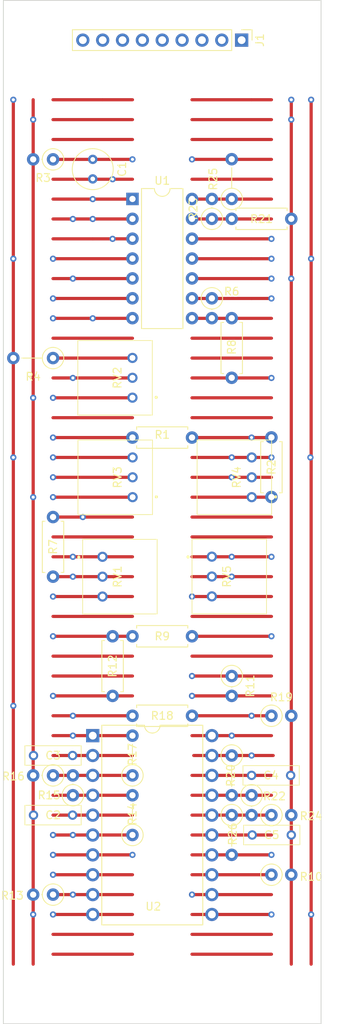
<source format=kicad_pcb>
(kicad_pcb (version 20211014) (generator pcbnew)
  (title_block (title "VCF-4P Prototype") (date "2022-03-27") (rev "1.0") (company "Len Popp") (comment 1 "Copyright © 2022 Len Popp CC BY") (comment 2 "4-pole lowpass VCF for Eurorack prototyping module"))
  (layers (0 "F.Cu" signal) (1 "In1.Cu" jumper "Wire1.Cu") (2 "In2.Cu" jumper "Wire2.Cu") (3 "In3.Cu" jumper "Wire3.Cu") (4 "In4.Cu" jumper "Wire4.Cu") (31 "B.Cu" signal) (34 "B.Paste" user) (35 "F.Paste" user) (36 "B.SilkS" user "B.Silkscreen") (37 "F.SilkS" user "F.Silkscreen") (38 "B.Mask" user) (39 "F.Mask" user) (44 "Edge.Cuts" user))
  (net 0 "")
  (net 1 "+12V")
  (net 2 "GND")
  (net 3 "-12V")
  (net 4 "Net-(C1-Pad2)")
  (net 5 "BUS-GATE")
  (net 6 "BUS-CV")
  (net 8 "IN-OUT-1")
  (net 9 "IN-OUT-2")
  (net 10 "Net-(C2-Pad1)")
  (net 11 "Net-(C3-Pad1)")
  (net 12 "Net-(C4-Pad1)")
  (net 13 "Net-(C5-Pad1)")
  (net 15 "Net-(R1-Pad2)")
  (net 16 "Net-(R2-Pad1)")
  (net 17 "Net-(R4-Pad1)")
  (net 18 "Net-(R1-Pad1)")
  (net 19 "Net-(R11-Pad1)")
  (net 20 "Net-(R6-Pad2)")
  (net 21 "Net-(R7-Pad1)")
  (net 22 "Net-(R12-Pad1)")
  (net 23 "Net-(R8-Pad2)")
  (net 24 "Net-(R10-Pad1)")
  (net 25 "Net-(R7-Pad2)")
  (net 26 "Net-(R12-Pad2)")
  (net 27 "Net-(R14-Pad2)")
  (net 28 "Net-(R15-Pad2)")
  (net 29 "Net-(R17-Pad2)")
  (net 30 "Net-(R18-Pad2)")
  (net 31 "Net-(R20-Pad2)")
  (net 32 "Net-(R21-Pad1)")
  (net 33 "Net-(R22-Pad2)")
  (net 34 "Net-(R23-Pad2)")
  (net 35 "Net-(R26-Pad2)")
  (net 36 "Net-(R11-Pad2)")
  (net 37 "Net-(RV2-Pad2)")
  (net 38 "Net-(RV5-Pad3)")
  (footprint "Connector_PinHeader_2.54mm:PinHeader_1x09_P2.54mm_Vertical" (layer "F.Cu") (at 113.03 43.18 -90)
    (fp_text reference "J1" (at 0 -2.33 90) (layer "F.SilkS"))
    (fp_text value "Conn_01x09")
    (pad "1" thru_hole rect locked (at 0 0 270) (size 1.7 1.7) (drill 1) (layers *.Cu *.Mask) (net 3 "-12V"))
    (pad "2" thru_hole oval locked (at 0 2.54 270) (size 1.7 1.7) (drill 1) (layers *.Cu *.Mask) (net 2 "GND"))
    (pad "3" thru_hole oval locked (at 0 5.08 270) (size 1.7 1.7) (drill 1) (layers *.Cu *.Mask) (net 9 "IN-OUT-2"))
    (pad "4" thru_hole oval locked (at 0 7.62 270) (size 1.7 1.7) (drill 1) (layers *.Cu *.Mask) (net 8 "IN-OUT-1"))
    (pad "5" thru_hole oval locked (at 0 10.16 270) (size 1.7 1.7) (drill 1) (layers *.Cu *.Mask) (net 1 "+12V"))
    (pad "6" thru_hole oval locked (at 0 12.7 270) (size 1.7 1.7) (drill 1) (layers *.Cu *.Mask))
    (pad "7" thru_hole oval locked (at 0 15.24 270) (size 1.7 1.7) (drill 1) (layers *.Cu *.Mask))
    (pad "8" thru_hole oval locked (at 0 17.78 270) (size 1.7 1.7) (drill 1) (layers *.Cu *.Mask) (net 6 "BUS-CV"))
    (pad "9" thru_hole oval locked (at 0 20.32 270) (size 1.7 1.7) (drill 1) (layers *.Cu *.Mask) (net 5 "BUS-GATE"))
  )
  (footprint "-lmp-misc:C_Rect_Kemet_L7.2mm_W2.5mm_P5mm" (layer "F.Cu") (at 91.4 134.62 180)
    (fp_text reference "C3" (at 2.5 0) (layer "F.SilkS"))
    (fp_text value "1N" hide)
    (pad "1" thru_hole circle locked (at 0 0 180) (size 1.2 1.2) (drill 0.7) (layers *.Cu *.Mask) (net 11 "Net-(C3-Pad1)"))
    (pad "2" thru_hole circle locked (at 5 0 180) (size 1.2 1.2) (drill 0.7) (layers *.Cu *.Mask) (net 2 "GND"))
  )
  (footprint "-lmp-stripboard:SB_Gen_2" (layer "F.Cu") (at 88.9 83.82 180)
    (fp_text reference "R4" (at 2.54 -2.37) (layer "F.SilkS"))
    (fp_text value "100K")
    (pad "1" thru_hole circle locked (at 0 0 180) (size 1.6 1.6) (drill 0.8) (layers *.Cu *.Mask) (net 17 "Net-(R4-Pad1)"))
    (pad "2" thru_hole oval locked (at 5.08 0 180) (size 1.6 1.6) (drill 0.8) (layers *.Cu *.Mask) (net 1 "+12V"))
  )
  (footprint "-lmp-stripboard:SB_Gen_1" (layer "F.Cu") (at 88.9 137.16 180)
    (fp_text reference "R16" (at 5.08 -0.127) (layer "F.SilkS"))
    (fp_text value "200R")
    (pad "1" thru_hole circle locked (at 0 0 180) (size 1.6 1.6) (drill 0.8) (layers *.Cu *.Mask) (net 28 "Net-(R15-Pad2)"))
    (pad "2" thru_hole oval locked (at 2.54 0 180) (size 1.6 1.6) (drill 0.8) (layers *.Cu *.Mask) (net 2 "GND"))
  )
  (footprint "-lmp-misc:R_Axial_DIN0207_L6.3mm_D2.5mm_P7.62mm_Horizontal" (layer "F.Cu") (at 99.06 119.38)
    (fp_text reference "R9" (at 3.81 0) (layer "F.SilkS"))
    (fp_text value "16K")
    (pad "1" thru_hole circle locked (at 0 0) (size 1.6 1.6) (drill 0.8) (layers *.Cu *.Mask) (net 22 "Net-(R12-Pad1)"))
    (pad "2" thru_hole oval locked (at 7.62 0) (size 1.6 1.6) (drill 0.8) (layers *.Cu *.Mask) (net 24 "Net-(R10-Pad1)"))
  )
  (footprint "Package_DIP:DIP-14_W7.62mm" (layer "F.Cu") (at 99.06 63.48)
    (fp_text reference "U1" (at 3.81 -2.33) (layer "F.SilkS"))
    (fp_text value "TL074")
    (pad "1" thru_hole rect (at 0 0) (size 1.6 1.6) (drill 0.8) (layers *.Cu *.Mask) (net 21 "Net-(R7-Pad1)"))
    (pad "2" thru_hole oval (at 0 2.54) (size 1.6 1.6) (drill 0.8) (layers *.Cu *.Mask) (net 21 "Net-(R7-Pad1)"))
    (pad "3" thru_hole oval (at 0 5.08) (size 1.6 1.6) (drill 0.8) (layers *.Cu *.Mask) (net 4 "Net-(C1-Pad2)"))
    (pad "4" thru_hole oval (at 0 7.62) (size 1.6 1.6) (drill 0.8) (layers *.Cu *.Mask) (net 1 "+12V"))
    (pad "5" thru_hole oval (at 0 10.16) (size 1.6 1.6) (drill 0.8) (layers *.Cu *.Mask) (net 37 "Net-(RV2-Pad2)"))
    (pad "6" thru_hole oval (at 0 12.7) (size 1.6 1.6) (drill 0.8) (layers *.Cu *.Mask) (net 19 "Net-(R11-Pad1)"))
    (pad "7" thru_hole oval (at 0 15.24) (size 1.6 1.6) (drill 0.8) (layers *.Cu *.Mask) (net 19 "Net-(R11-Pad1)"))
    (pad "8" thru_hole oval (at 7.62 15.24) (size 1.6 1.6) (drill 0.8) (layers *.Cu *.Mask) (net 20 "Net-(R6-Pad2)"))
    (pad "9" thru_hole oval (at 7.62 12.7) (size 1.6 1.6) (drill 0.8) (layers *.Cu *.Mask) (net 15 "Net-(R1-Pad2)"))
    (pad "10" thru_hole oval (at 7.62 10.16) (size 1.6 1.6) (drill 0.8) (layers *.Cu *.Mask) (net 2 "GND"))
    (pad "11" thru_hole oval (at 7.62 7.62) (size 1.6 1.6) (drill 0.8) (layers *.Cu *.Mask) (net 3 "-12V"))
    (pad "12" thru_hole oval (at 7.62 5.08) (size 1.6 1.6) (drill 0.8) (layers *.Cu *.Mask) (net 35 "Net-(R26-Pad2)"))
    (pad "13" thru_hole oval (at 7.62 2.54) (size 1.6 1.6) (drill 0.8) (layers *.Cu *.Mask) (net 32 "Net-(R21-Pad1)"))
    (pad "14" thru_hole oval (at 7.62 0) (size 1.6 1.6) (drill 0.8) (layers *.Cu *.Mask) (net 34 "Net-(R23-Pad2)"))
  )
  (footprint "-lmp-stripboard:SB_Gen_2" (layer "F.Cu") (at 111.76 63.48 90)
    (fp_text reference "R25" (at 2.54 -2.37 90) (layer "F.SilkS"))
    (fp_text value "1K")
    (pad "1" thru_hole circle locked (at 0 0 90) (size 1.6 1.6) (drill 0.8) (layers *.Cu *.Mask) (net 34 "Net-(R23-Pad2)"))
    (pad "2" thru_hole oval locked (at 5.08 0 90) (size 1.6 1.6) (drill 0.8) (layers *.Cu *.Mask) (net 9 "IN-OUT-2"))
  )
  (footprint "-lmp-misc:R_Axial_DIN0207_L6.3mm_D2.5mm_P7.62mm_Horizontal" (layer "F.Cu") (at 111.76 78.72 -90)
    (fp_text reference "R8" (at 3.703 0 90) (layer "F.SilkS"))
    (fp_text value "47K")
    (pad "1" thru_hole circle locked (at 0 0 270) (size 1.6 1.6) (drill 0.8) (layers *.Cu *.Mask) (net 20 "Net-(R6-Pad2)"))
    (pad "2" thru_hole oval locked (at 7.62 0 270) (size 1.6 1.6) (drill 0.8) (layers *.Cu *.Mask) (net 23 "Net-(R8-Pad2)"))
  )
  (footprint "-lmp-misc:R_Axial_DIN0207_L6.3mm_D2.5mm_P7.62mm_Horizontal" (layer "F.Cu") (at 116.84 101.58 90)
    (fp_text reference "R2" (at 3.81 0 90) (layer "F.SilkS"))
    (fp_text value "160K")
    (pad "1" thru_hole circle locked (at 0 0 90) (size 1.6 1.6) (drill 0.8) (layers *.Cu *.Mask) (net 16 "Net-(R2-Pad1)"))
    (pad "2" thru_hole oval locked (at 7.62 0 90) (size 1.6 1.6) (drill 0.8) (layers *.Cu *.Mask) (net 15 "Net-(R1-Pad2)"))
  )
  (footprint "-lmp-misc:Potentiometer_Bourns_3310R_Top" (layer "F.Cu") (at 97.135 86.34 -90)
    (fp_text reference "RV2" (at 0 0 90) (layer "F.SilkS"))
    (fp_text value "100K" hide)
    (pad "1" thru_hole circle (at 2.54 -1.925 270) (size 1.302857 1.302857) (drill 0.76) (layers *.Cu *.Mask) (net 2 "GND"))
    (pad "2" thru_hole circle (at 0 -1.925 270) (size 1.302857 1.302857) (drill 0.76) (layers *.Cu *.Mask) (net 37 "Net-(RV2-Pad2)"))
    (pad "3" thru_hole circle (at -2.54 -1.925 270) (size 1.302857 1.302857) (drill 0.76) (layers *.Cu *.Mask) (net 17 "Net-(R4-Pad1)"))
  )
  (footprint "-lmp-stripboard:SB_Gen_1" (layer "F.Cu") (at 109.22 66.02 90)
    (fp_text reference "R23" (at 1.27 -2.37 90) (layer "F.SilkS"))
    (fp_text value "120K")
    (pad "1" thru_hole circle locked (at 0 0 90) (size 1.6 1.6) (drill 0.8) (layers *.Cu *.Mask) (net 32 "Net-(R21-Pad1)"))
    (pad "2" thru_hole oval locked (at 2.54 0 90) (size 1.6 1.6) (drill 0.8) (layers *.Cu *.Mask) (net 34 "Net-(R23-Pad2)"))
  )
  (footprint "-lmp-stripboard:SB_Gen_1" (layer "F.Cu") (at 111.76 124.46 -90)
    (fp_text reference "R11" (at 1.27 -2.37 90) (layer "F.SilkS"))
    (fp_text value "20K")
    (pad "1" thru_hole circle locked (at 0 0 270) (size 1.6 1.6) (drill 0.8) (layers *.Cu *.Mask) (net 19 "Net-(R11-Pad1)"))
    (pad "2" thru_hole oval locked (at 2.54 0 270) (size 1.6 1.6) (drill 0.8) (layers *.Cu *.Mask) (net 36 "Net-(R11-Pad2)"))
  )
  (footprint "-lmp-stripboard:SB_Gen_1" (layer "F.Cu") (at 109.22 76.18 -90)
    (fp_text reference "R6" (at -0.869 -2.54 180) (layer "F.SilkS"))
    (fp_text value "100K")
    (pad "1" thru_hole circle locked (at 0 0 270) (size 1.6 1.6) (drill 0.8) (layers *.Cu *.Mask) (net 15 "Net-(R1-Pad2)"))
    (pad "2" thru_hole oval locked (at 2.54 0 270) (size 1.6 1.6) (drill 0.8) (layers *.Cu *.Mask) (net 20 "Net-(R6-Pad2)"))
  )
  (footprint "-lmp-misc:C_Rect_Kemet_L7.2mm_W2.5mm_P5mm" (layer "F.Cu") (at 114.3 137.16)
    (fp_text reference "C4" (at 2.5 0) (layer "F.SilkS"))
    (fp_text value "1N" hide)
    (pad "1" thru_hole circle locked (at 0 0) (size 1.2 1.2) (drill 0.7) (layers *.Cu *.Mask) (net 12 "Net-(C4-Pad1)"))
    (pad "2" thru_hole circle locked (at 5 0) (size 1.2 1.2) (drill 0.7) (layers *.Cu *.Mask) (net 2 "GND"))
  )
  (footprint "-lmp-stripboard:SB_Gen_1" (layer "F.Cu") (at 114.3 139.7 -90)
    (fp_text reference "R22" (at 0.127 -2.921 180) (layer "F.SilkS"))
    (fp_text value "10K")
    (pad "1" thru_hole circle locked (at 0 0 270) (size 1.6 1.6) (drill 0.8) (layers *.Cu *.Mask) (net 31 "Net-(R20-Pad2)"))
    (pad "2" thru_hole oval locked (at 2.54 0 270) (size 1.6 1.6) (drill 0.8) (layers *.Cu *.Mask) (net 33 "Net-(R22-Pad2)"))
  )
  (footprint "-lmp-stripboard:SB_Gen_1" (layer "F.Cu") (at 91.44 139.7 90)
    (fp_text reference "R15" (at 0 -3.048 180) (layer "F.SilkS"))
    (fp_text value "10K")
    (pad "1" thru_hole circle locked (at 0 0 90) (size 1.6 1.6) (drill 0.8) (layers *.Cu *.Mask) (net 27 "Net-(R14-Pad2)"))
    (pad "2" thru_hole oval locked (at 2.54 0 90) (size 1.6 1.6) (drill 0.8) (layers *.Cu *.Mask) (net 28 "Net-(R15-Pad2)"))
  )
  (footprint "-lmp-breakout:Breakout_DIP-20_W15.24mm" (layer "F.Cu") (at 93.98 132.08)
    (fp_text reference "U2" (at 7.747 21.844) (layer "F.SilkS"))
    (fp_text value "SSI2140")
    (pad "1" thru_hole rect (at 0 0) (size 1.7 1.7) (drill 1) (layers *.Cu *.Mask) (net 29 "Net-(R17-Pad2)"))
    (pad "2" thru_hole circle (at 0 2.54) (size 1.7 1.7) (drill 1) (layers *.Cu *.Mask) (net 11 "Net-(C3-Pad1)"))
    (pad "3" thru_hole circle (at 0 5.08) (size 1.7 1.7) (drill 1) (layers *.Cu *.Mask) (net 28 "Net-(R15-Pad2)"))
    (pad "4" thru_hole circle (at 0 7.62) (size 1.7 1.7) (drill 1) (layers *.Cu *.Mask) (net 27 "Net-(R14-Pad2)"))
    (pad "5" thru_hole circle (at 0 10.16) (size 1.7 1.7) (drill 1) (layers *.Cu *.Mask) (net 10 "Net-(C2-Pad1)"))
    (pad "6" thru_hole circle (at 0 12.7) (size 1.7 1.7) (drill 1) (layers *.Cu *.Mask) (net 26 "Net-(R12-Pad2)"))
    (pad "7" thru_hole circle (at 0 15.24) (size 1.7 1.7) (drill 1) (layers *.Cu *.Mask) (net 38 "Net-(RV5-Pad3)"))
    (pad "8" thru_hole circle (at 0 17.78) (size 1.7 1.7) (drill 1) (layers *.Cu *.Mask) (net 38 "Net-(RV5-Pad3)"))
    (pad "9" thru_hole circle (at 0 20.32) (size 1.7 1.7) (drill 1) (layers *.Cu *.Mask) (net 26 "Net-(R12-Pad2)"))
    (pad "10" thru_hole circle (at 0 22.86) (size 1.7 1.7) (drill 1) (layers *.Cu *.Mask) (net 2 "GND"))
    (pad "11" thru_hole circle (at 15.24 22.86) (size 1.7 1.7) (drill 1) (layers *.Cu *.Mask) (net 3 "-12V"))
    (pad "12" thru_hole circle (at 15.24 20.32) (size 1.7 1.7) (drill 1) (layers *.Cu *.Mask) (net 36 "Net-(R11-Pad2)"))
    (pad "13" thru_hole circle (at 15.24 17.78) (size 1.7 1.7) (drill 1) (layers *.Cu *.Mask) (net 24 "Net-(R10-Pad1)"))
    (pad "14" thru_hole circle (at 15.24 15.24) (size 1.7 1.7) (drill 1) (layers *.Cu *.Mask) (net 35 "Net-(R26-Pad2)"))
    (pad "15" thru_hole circle (at 15.24 12.7) (size 1.7 1.7) (drill 1) (layers *.Cu *.Mask) (net 13 "Net-(C5-Pad1)"))
    (pad "16" thru_hole circle (at 15.24 10.16) (size 1.7 1.7) (drill 1) (layers *.Cu *.Mask) (net 33 "Net-(R22-Pad2)"))
    (pad "17" thru_hole circle (at 15.24 7.62) (size 1.7 1.7) (drill 1) (layers *.Cu *.Mask) (net 31 "Net-(R20-Pad2)"))
    (pad "18" thru_hole circle (at 15.24 5.08) (size 1.7 1.7) (drill 1) (layers *.Cu *.Mask) (net 12 "Net-(C4-Pad1)"))
    (pad "19" thru_hole circle (at 15.24 2.54) (size 1.7 1.7) (drill 1) (layers *.Cu *.Mask) (net 30 "Net-(R18-Pad2)"))
    (pad "20" thru_hole circle (at 15.24 0) (size 1.7 1.7) (drill 1) (layers *.Cu *.Mask) (net 1 "+12V"))
  )
  (footprint "-lmp-misc:Potentiometer_Bourns_3310R_Top" (layer "F.Cu") (at 111.145 111.74 90)
    (fp_text reference "RV5" (at 0 0 90) (layer "F.SilkS"))
    (fp_text value "10K" hide)
    (pad "1" thru_hole circle (at 2.54 -1.925 90) (size 1.302857 1.302857) (drill 0.76) (layers *.Cu *.Mask) (net 23 "Net-(R8-Pad2)"))
    (pad "2" thru_hole circle (at 0 -1.925 90) (size 1.302857 1.302857) (drill 0.76) (layers *.Cu *.Mask) (net 23 "Net-(R8-Pad2)"))
    (pad "3" thru_hole circle (at -2.54 -1.925 90) (size 1.302857 1.302857) (drill 0.76) (layers *.Cu *.Mask) (net 38 "Net-(RV5-Pad3)"))
  )
  (footprint "-lmp-stripboard:SB_Gen_1" (layer "F.Cu") (at 88.9 152.4 180)
    (fp_text reference "R13" (at 5.207 -0.127) (layer "F.SilkS"))
    (fp_text value "200R")
    (pad "1" thru_hole circle locked (at 0 0 180) (size 1.6 1.6) (drill 0.8) (layers *.Cu *.Mask) (net 26 "Net-(R12-Pad2)"))
    (pad "2" thru_hole oval locked (at 2.54 0 180) (size 1.6 1.6) (drill 0.8) (layers *.Cu *.Mask) (net 2 "GND"))
  )
  (footprint "-lmp-stripboard:SB_Gen_1" (layer "F.Cu") (at 116.84 142.24)
    (fp_text reference "R24" (at 5.08 0.127) (layer "F.SilkS"))
    (fp_text value "200R")
    (pad "1" thru_hole circle locked (at 0 0) (size 1.6 1.6) (drill 0.8) (layers *.Cu *.Mask) (net 33 "Net-(R22-Pad2)"))
    (pad "2" thru_hole oval locked (at 2.54 0) (size 1.6 1.6) (drill 0.8) (layers *.Cu *.Mask) (net 2 "GND"))
  )
  (footprint "-lmp-stripboard:SB_Gen_2" (layer "F.Cu") (at 111.76 134.62 -90)
    (fp_text reference "R20" (at 2.54 0.127 90) (layer "F.SilkS"))
    (fp_text value "10K")
    (pad "1" thru_hole circle locked (at 0 0 270) (size 1.6 1.6) (drill 0.8) (layers *.Cu *.Mask) (net 30 "Net-(R18-Pad2)"))
    (pad "2" thru_hole oval locked (at 5.08 0 270) (size 1.6 1.6) (drill 0.8) (layers *.Cu *.Mask) (net 31 "Net-(R20-Pad2)"))
  )
  (footprint "-lmp-stripboard:SB_Gen_2" (layer "F.Cu") (at 99.06 137.16 90)
    (fp_text reference "R17" (at 2.675 0 90) (layer "F.SilkS"))
    (fp_text value "10K")
    (pad "1" thru_hole circle locked (at 0 0 90) (size 1.6 1.6) (drill 0.8) (layers *.Cu *.Mask) (net 28 "Net-(R15-Pad2)"))
    (pad "2" thru_hole oval locked (at 5.08 0 90) (size 1.6 1.6) (drill 0.8) (layers *.Cu *.Mask) (net 29 "Net-(R17-Pad2)"))
  )
  (footprint "-lmp-misc:C_Rect_Kemet_L7.2mm_W2.5mm_P5mm" (layer "F.Cu") (at 114.38 144.78)
    (fp_text reference "C5" (at 2.5 0) (layer "F.SilkS"))
    (fp_text value "1N" hide)
    (pad "1" thru_hole circle locked (at 0 0) (size 1.2 1.2) (drill 0.7) (layers *.Cu *.Mask) (net 13 "Net-(C5-Pad1)"))
    (pad "2" thru_hole circle locked (at 5 0) (size 1.2 1.2) (drill 0.7) (layers *.Cu *.Mask) (net 2 "GND"))
  )
  (footprint "-lmp-stripboard:SB_Gen_1" (layer "F.Cu") (at 116.84 149.86)
    (fp_text reference "R10" (at 5.08 0.254) (layer "F.SilkS"))
    (fp_text value "1K")
    (pad "1" thru_hole circle locked (at 0 0) (size 1.6 1.6) (drill 0.8) (layers *.Cu *.Mask) (net 24 "Net-(R10-Pad1)"))
    (pad "2" thru_hole oval locked (at 2.54 0) (size 1.6 1.6) (drill 0.8) (layers *.Cu *.Mask) (net 2 "GND"))
  )
  (footprint "-lmp-misc:Potentiometer_Bourns_3310R_Top" (layer "F.Cu") (at 97.155 111.76 90)
    (fp_text reference "RV1" (at 0 0 90) (layer "F.SilkS"))
    (fp_text value "25K" hide)
    (pad "1" thru_hole circle (at 2.54 -1.925 90) (size 1.302857 1.302857) (drill 0.76) (layers *.Cu *.Mask) (net 25 "Net-(R7-Pad2)"))
    (pad "2" thru_hole circle (at 0 -1.925 90) (size 1.302857 1.302857) (drill 0.76) (layers *.Cu *.Mask) (net 25 "Net-(R7-Pad2)"))
    (pad "3" thru_hole circle (at -2.54 -1.925 90) (size 1.302857 1.302857) (drill 0.76) (layers *.Cu *.Mask) (net 22 "Net-(R12-Pad1)"))
  )
  (footprint "-lmp-stripboard:SB_Gen_1" (layer "F.Cu") (at 116.84 129.54)
    (fp_text reference "R19" (at 1.27 -2.37) (layer "F.SilkS"))
    (fp_text value "200R")
    (pad "1" thru_hole circle locked (at 0 0) (size 1.6 1.6) (drill 0.8) (layers *.Cu *.Mask) (net 30 "Net-(R18-Pad2)"))
    (pad "2" thru_hole oval locked (at 2.54 0) (size 1.6 1.6) (drill 0.8) (layers *.Cu *.Mask) (net 2 "GND"))
  )
  (footprint "-lmp-stripboard:SB_Gen_2" (layer "F.Cu") (at 99.06 144.78 90)
    (fp_text reference "R14" (at 2.675 0 90) (layer "F.SilkS"))
    (fp_text value "10K")
    (pad "1" thru_hole circle locked (at 0 0 90) (size 1.6 1.6) (drill 0.8) (layers *.Cu *.Mask) (net 26 "Net-(R12-Pad2)"))
    (pad "2" thru_hole oval locked (at 5.08 0 90) (size 1.6 1.6) (drill 0.8) (layers *.Cu *.Mask) (net 27 "Net-(R14-Pad2)"))
  )
  (footprint "-lmp-misc:C_Rect_Kemet_L7.2mm_W2.5mm_P5mm" (layer "F.Cu") (at 91.4 142.24 180)
    (fp_text reference "C2" (at 2.5 0) (layer "F.SilkS"))
    (fp_text value "1N" hide)
    (pad "1" thru_hole circle locked (at 0 0 180) (size 1.2 1.2) (drill 0.7) (layers *.Cu *.Mask) (net 10 "Net-(C2-Pad1)"))
    (pad "2" thru_hole circle locked (at 5 0 180) (size 1.2 1.2) (drill 0.7) (layers *.Cu *.Mask) (net 2 "GND"))
  )
  (footprint "-lmp-misc:Potentiometer_Bourns_3310R_Top" (layer "F.Cu") (at 97.155 99.06 -90)
    (fp_text reference "RV3" (at 0 0 90) (layer "F.SilkS"))
    (fp_text value "100K" hide)
    (pad "1" thru_hole circle (at 2.54 -1.925 270) (size 1.302857 1.302857) (drill 0.76) (layers *.Cu *.Mask) (net 2 "GND"))
    (pad "2" thru_hole circle (at 0 -1.925 270) (size 1.302857 1.302857) (drill 0.76) (layers *.Cu *.Mask) (net 18 "Net-(R1-Pad1)"))
    (pad "3" thru_hole circle (at -2.54 -1.925 270) (size 1.302857 1.302857) (drill 0.76) (layers *.Cu *.Mask) (net 1 "+12V"))
  )
  (footprint "-lmp-misc:Potentiometer_Bourns_3310R_Top" (layer "F.Cu") (at 112.395 99.06 -90)
    (fp_text reference "RV4" (at 0 0 90) (layer "F.SilkS"))
    (fp_text value "5K" hide)
    (pad "1" thru_hole circle (at 2.54 -1.925 270) (size 1.302857 1.302857) (drill 0.76) (layers *.Cu *.Mask) (net 16 "Net-(R2-Pad1)"))
    (pad "2" thru_hole circle (at 0 -1.925 270) (size 1.302857 1.302857) (drill 0.76) (layers *.Cu *.Mask) (net 3 "-12V"))
    (pad "3" thru_hole circle (at -2.54 -1.925 270) (size 1.302857 1.302857) (drill 0.76) (layers *.Cu *.Mask) (net 3 "-12V"))
  )
  (footprint "-lmp-misc:R_Axial_DIN0207_L6.3mm_D2.5mm_P7.62mm_Horizontal" (layer "F.Cu") (at 96.52 119.38 -90)
    (fp_text reference "R12" (at 3.81 0 90) (layer "F.SilkS"))
    (fp_text value "10K")
    (pad "1" thru_hole circle locked (at 0 0 270) (size 1.6 1.6) (drill 0.8) (layers *.Cu *.Mask) (net 22 "Net-(R12-Pad1)"))
    (pad "2" thru_hole oval locked (at 7.62 0 270) (size 1.6 1.6) (drill 0.8) (layers *.Cu *.Mask) (net 26 "Net-(R12-Pad2)"))
  )
  (footprint "-lmp-misc:R_Axial_DIN0207_L6.3mm_D2.5mm_P7.62mm_Horizontal" (layer "F.Cu") (at 88.9 104.14 -90)
    (fp_text reference "R7" (at 3.81 0 90) (layer "F.SilkS"))
    (fp_text value "24K")
    (pad "1" thru_hole circle locked (at 0 0 270) (size 1.6 1.6) (drill 0.8) (layers *.Cu *.Mask) (net 21 "Net-(R7-Pad1)"))
    (pad "2" thru_hole oval locked (at 7.62 0 270) (size 1.6 1.6) (drill 0.8) (layers *.Cu *.Mask) (net 25 "Net-(R7-Pad2)"))
  )
  (footprint "-lmp-misc:R_Axial_DIN0207_L6.3mm_D2.5mm_P7.62mm_Horizontal" (layer "F.Cu") (at 111.76 66.02)
    (fp_text reference "R21" (at 3.81 0.02) (layer "F.SilkS"))
    (fp_text value "30K")
    (pad "1" thru_hole circle locked (at 0 0) (size 1.6 1.6) (drill 0.8) (layers *.Cu *.Mask) (net 32 "Net-(R21-Pad1)"))
    (pad "2" thru_hole oval locked (at 7.62 0) (size 1.6 1.6) (drill 0.8) (layers *.Cu *.Mask) (net 2 "GND"))
  )
  (footprint "-lmp-misc:C_Radial_D5.0mm_H5.0mm_P2.50mm" (layer "F.Cu") (at 93.98 58.42 -90)
    (fp_text reference "C1" (at 1.25 -3.75 90) (layer "F.SilkS"))
    (fp_text value "10U")
    (pad "1" thru_hole circle locked (at 0 0 270) (size 1.2 1.2) (drill 0.6) (layers *.Cu *.Mask) (net 8 "IN-OUT-1"))
    (pad "2" thru_hole circle locked (at 2.5 0 270) (size 1.2 1.2) (drill 0.6) (layers *.Cu *.Mask) (net 4 "Net-(C1-Pad2)"))
  )
  (footprint "-lmp-stripboard:SB_Gen_2" (layer "F.Cu") (at 111.76 142.24 -90)
    (fp_text reference "R26" (at 2.413 -0.127 90) (layer "F.SilkS"))
    (fp_text value "10K")
    (pad "1" thru_hole circle locked (at 0 0 270) (size 1.6 1.6) (drill 0.8) (layers *.Cu *.Mask) (net 33 "Net-(R22-Pad2)"))
    (pad "2" thru_hole oval locked (at 5.08 0 270) (size 1.6 1.6) (drill 0.8) (layers *.Cu *.Mask) (net 35 "Net-(R26-Pad2)"))
  )
  (footprint "-lmp-misc:R_Axial_DIN0207_L6.3mm_D2.5mm_P7.62mm_Horizontal" (layer "F.Cu") (at 99.06 129.54)
    (fp_text reference "R18" (at 3.81 0) (layer "F.SilkS"))
    (fp_text value "10K")
    (pad "1" thru_hole circle locked (at 0 0) (size 1.6 1.6) (drill 0.8) (layers *.Cu *.Mask) (net 29 "Net-(R17-Pad2)"))
    (pad "2" thru_hole oval locked (at 7.62 0) (size 1.6 1.6) (drill 0.8) (layers *.Cu *.Mask) (net 30 "Net-(R18-Pad2)"))
  )
  (footprint "-lmp-misc:R_Axial_DIN0207_L6.3mm_D2.5mm_P7.62mm_Horizontal" (layer "F.Cu") (at 99.06 93.98)
    (fp_text reference "R1" (at 3.81 -0.361) (layer "F.SilkS"))
    (fp_text value "100K")
    (pad "1" thru_hole circle locked (at 0 0) (size 1.6 1.6) (drill 0.8) (layers *.Cu *.Mask) (net 18 "Net-(R1-Pad1)"))
    (pad "2" thru_hole oval locked (at 7.62 0) (size 1.6 1.6) (drill 0.8) (layers *.Cu *.Mask) (net 15 "Net-(R1-Pad2)"))
  )
  (footprint "-lmp-stripboard:SB_Gen_1" (layer "F.Cu") (at 88.9 58.42 180)
    (fp_text reference "R3" (at 1.27 -2.37) (layer "F.SilkS"))
    (fp_text value "100K")
    (pad "1" thru_hole circle locked (at 0 0 180) (size 1.6 1.6) (drill 0.8) (layers *.Cu *.Mask) (net 8 "IN-OUT-1"))
    (pad "2" thru_hole oval locked (at 2.54 0 180) (size 1.6 1.6) (drill 0.8) (layers *.Cu *.Mask) (net 2 "GND"))
  )
  (gr_line (start 123.19 168.91) (end 82.55 168.91) (layer "Edge.Cuts") (width 0.1))
  (gr_line (start 123.19 38.1) (end 123.19 168.91) (layer "Edge.Cuts") (width 0.1))
  (gr_line (start 82.55 168.91) (end 82.55 38.1) (layer "Edge.Cuts") (width 0.1))
  (gr_line (start 82.55 38.1) (end 123.19 38.1) (layer "Edge.Cuts") (width 0.1))
  (segment (start 116.84 104.14) (end 106.68 104.14) (width 0.4064) (layer "F.Cu") (net 0))
  (segment (start 99.06 81.28) (end 88.9 81.28) (width 0.4064) (layer "F.Cu") (net 0))
  (segment (start 99.06 53.34) (end 88.9 53.34) (width 0.4064) (layer "F.Cu") (net 0))
  (segment (start 99.06 116.84) (end 88.9 116.84) (width 0.4064) (layer "F.Cu") (net 0))
  (segment (start 116.84 91.44) (end 106.68 91.44) (width 0.4064) (layer "F.Cu") (net 0))
  (segment (start 99.06 55.88) (end 88.9 55.88) (width 0.4064) (layer "F.Cu") (net 0))
  (segment (start 116.84 106.68) (end 106.68 106.68) (width 0.4064) (layer "F.Cu") (net 0))
  (segment (start 99.06 106.68) (end 88.9 106.68) (width 0.4064) (layer "F.Cu") (net 0))
  (segment (start 99.06 91.44) (end 88.9 91.44) (width 0.4064) (layer "F.Cu") (net 0))
  (segment (start 116.84 53.34) (end 106.68 53.34) (width 0.4064) (layer "F.Cu") (net 0))
  (segment (start 116.84 60.96) (end 106.68 60.96) (width 0.4064) (layer "F.Cu") (net 0))
  (segment (start 116.84 55.88) (end 106.68 55.88) (width 0.4064) (layer "F.Cu") (net 0))
  (segment (start 116.84 83.82) (end 106.68 83.82) (width 0.4064) (layer "F.Cu") (net 0))
  (segment (start 116.84 116.84) (end 106.68 116.84) (width 0.4064) (layer "F.Cu") (net 0))
  (segment (start 116.84 81.28) (end 106.68 81.28) (width 0.4064) (layer "F.Cu") (net 0))
  (segment (start 116.84 88.9) (end 106.68 88.9) (width 0.4064) (layer "F.Cu") (net 0))
  (segment (start 99.06 121.92) (end 88.9 121.92) (width 0.4064) (layer "F.Cu") (net 0))
  (segment (start 99.06 124.46) (end 88.9 124.46) (width 0.4064) (layer "F.Cu") (net 0))
  (segment (start 99.06 157.48) (end 88.9 157.48) (width 0.4064) (layer "F.Cu") (net 0))
  (segment (start 99.06 160.02) (end 88.9 160.02) (width 0.4064) (layer "F.Cu") (net 0))
  (segment (start 116.84 160.02) (end 106.68 160.02) (width 0.4064) (layer "F.Cu") (net 0))
  (segment (start 116.84 157.48) (end 106.68 157.48) (width 0.4064) (layer "F.Cu") (net 0))
  (segment (start 95.25 50.8) (end 88.9 50.8) (width 0.4064) (layer "F.Cu") (net 0))
  (segment (start 114.3 50.8) (end 106.68 50.8) (width 0.4064) (layer "F.Cu") (net 0))
  (segment (start 116.84 50.8) (end 114.3 50.8) (width 0.4064) (layer "F.Cu") (net 0))
  (segment (start 99.06 50.8) (end 95.25 50.8) (width 0.4064) (layer "F.Cu") (net 0))
  (segment (start 116.84 121.92) (end 106.68 121.92) (width 0.4064) (layer "F.Cu") (net 0))
  (segment (start 99.06 96.52) (end 88.9 96.52) (width 0.4064) (layer "F.Cu") (net 1))
  (segment (start 99.06 71.12) (end 88.9 71.12) (width 0.4064) (layer "F.Cu") (net 1))
  (segment (start 116.84 132.08) (end 114.3 132.08) (width 0.4064) (layer "F.Cu") (net 1))
  (segment (start 83.82 83.82) (end 83.82 96.52) (width 0.4064) (layer "F.Cu") (net 1))
  (segment (start 83.82 128.27) (end 83.82 161.29) (width 0.4064) (layer "F.Cu") (net 1))
  (segment (start 83.82 96.52) (end 83.82 128.27) (width 0.4064) (layer "F.Cu") (net 1))
  (segment (start 83.82 71.12) (end 83.82 83.82) (width 0.4064) (layer "F.Cu") (net 1))
  (segment (start 114.3 132.08) (end 106.68 132.08) (width 0.4064) (layer "F.Cu") (net 1))
  (segment (start 83.82 50.8) (end 83.82 71.12) (width 0.4064) (layer "F.Cu") (net 1))
  (via (at 83.82 50.8) (size 0.8) (drill 0.4) (layers "F.Cu" "B.Cu") (net 1))
  (via (at 83.82 128.27) (size 0.8) (drill 0.4) (layers "F.Cu" "B.Cu") (net 1))
  (via (at 111.76 132.08) (size 0.8) (drill 0.4) (layers "F.Cu" "B.Cu") (net 1))
  (via (at 83.82 71.12) (size 0.8) (drill 0.4) (layers "F.Cu" "B.Cu") (net 1))
  (via (at 83.82 96.52) (size 0.8) (drill 0.4) (layers "F.Cu" "B.Cu") (net 1))
  (via (at 88.9 96.52) (size 0.8) (drill 0.4) (layers "F.Cu" "B.Cu") (net 1))
  (via (at 88.9 71.12) (size 0.8) (drill 0.4) (layers "F.Cu" "B.Cu") (net 1))
  (segment (start 99.06 88.9) (end 88.9 88.9) (width 0.4064) (layer "F.Cu") (net 2))
  (segment (start 99.06 101.6) (end 88.9 101.6) (width 0.4064) (layer "F.Cu") (net 2))
  (segment (start 116.84 73.66) (end 106.68 73.66) (width 0.4064) (layer "F.Cu") (net 2))
  (segment (start 86.36 88.9) (end 86.36 101.6) (width 0.4064) (layer "F.Cu") (net 2))
  (segment (start 119.38 53.34) (end 119.38 73.66) (width 0.4064) (layer "F.Cu") (net 2))
  (segment (start 86.36 154.94) (end 86.36 161.29) (width 0.4064) (layer "F.Cu") (net 2))
  (segment (start 119.38 50.76) (end 119.38 50.8) (width 0.4064) (layer "F.Cu") (net 2))
  (segment (start 99.06 154.94) (end 88.9 154.94) (width 0.4064) (layer "F.Cu") (net 2))
  (segment (start 86.36 101.6) (end 86.36 154.94) (width 0.4064) (layer "F.Cu") (net 2))
  (segment (start 86.36 73.66) (end 86.36 88.9) (width 0.4064) (layer "F.Cu") (net 2))
  (segment (start 119.38 73.66) (end 119.38 161.29) (width 0.4064) (layer "F.Cu") (net 2))
  (segment (start 119.38 50.8) (end 119.38 53.34) (width 0.4064) (layer "F.Cu") (net 2))
  (segment (start 86.36 50.8) (end 86.36 73.66) (width 0.4064) (layer "F.Cu") (net 2))
  (via (at 86.36 88.9) (size 0.8) (drill 0.4) (layers "F.Cu" "B.Cu") (net 2))
  (via (at 116.84 73.66) (size 0.8) (drill 0.4) (layers "F.Cu" "B.Cu") (net 2))
  (via (at 119.38 53.34) (size 0.8) (drill 0.4) (layers "F.Cu" "B.Cu") (net 2))
  (via (at 119.38 73.66) (size 0.8) (drill 0.4) (layers "F.Cu" "B.Cu") (net 2))
  (via (at 88.9 154.94) (size 0.8) (drill 0.4) (layers "F.Cu" "B.Cu") (net 2))
  (via (at 86.36 101.6) (size 0.8) (drill 0.4) (layers "F.Cu" "B.Cu") (net 2))
  (via (at 86.36 53.34) (size 0.8) (drill 0.4) (layers "F.Cu" "B.Cu") (net 2))
  (via (at 88.9 101.6) (size 0.8) (drill 0.4) (layers "F.Cu" "B.Cu") (net 2))
  (via (at 86.36 154.94) (size 0.8) (drill 0.4) (layers "F.Cu" "B.Cu") (net 2))
  (via (at 119.38 50.8) (size 0.8) (drill 0.4) (layers "F.Cu" "B.Cu") (net 2))
  (via (at 88.9 88.9) (size 0.8) (drill 0.4) (layers "F.Cu" "B.Cu") (net 2))
  (segment (start 116.84 99.06) (end 111.76 99.06) (width 0.4064) (layer "F.Cu") (net 3))
  (segment (start 116.84 96.52) (end 114.3 96.52) (width 0.4064) (layer "F.Cu") (net 3))
  (segment (start 114.3 71.12) (end 106.68 71.12) (width 0.4064) (layer "F.Cu") (net 3))
  (segment (start 116.84 154.94) (end 106.68 154.94) (width 0.4064) (layer "F.Cu") (net 3))
  (segment (start 121.92 50.8) (end 121.92 71.12) (width 0.4064) (layer "F.Cu") (net 3))
  (segment (start 111.76 99.06) (end 106.68 99.06) (width 0.4064) (layer "F.Cu") (net 3))
  (segment (start 116.84 71.12) (end 114.3 71.12) (width 0.4064) (layer "F.Cu") (net 3))
  (segment (start 111.76 96.52) (end 106.68 96.52) (width 0.4064) (layer "F.Cu") (net 3))
  (segment (start 121.92 71.12) (end 121.92 154.94) (width 0.4064) (layer "F.Cu") (net 3))
  (segment (start 121.92 154.94) (end 121.92 161.29) (width 0.4064) (layer "F.Cu") (net 3))
  (segment (start 114.3 96.52) (end 111.76 96.52) (width 0.4064) (layer "F.Cu") (net 3))
  (via (at 116.84 154.94) (size 0.8) (drill 0.4) (layers "F.Cu" "B.Cu") (net 3))
  (via (at 111.76 99.06) (size 0.8) (drill 0.4) (layers "F.Cu" "B.Cu") (net 3))
  (via (at 121.92 71.12) (size 0.8) (drill 0.4) (layers "F.Cu" "B.Cu") (net 3))
  (via (at 121.92 154.94) (size 0.8) (drill 0.4) (layers "F.Cu" "B.Cu") (net 3))
  (via (at 121.92 50.8) (size 0.8) (drill 0.4) (layers "F.Cu" "B.Cu") (net 3))
  (via (at 116.84 71.12) (size 0.8) (drill 0.4) (layers "F.Cu" "B.Cu") (net 3))
  (via (at 116.84 96.52) (size 0.8) (drill 0.4) (layers "F.Cu" "B.Cu") (net 3))
  (via (at 121.8285 96.52) (size 0.8) (drill 0.4) (layers "F.Cu" "B.Cu") (net 3))
  (via (at 111.76 96.52) (size 0.8) (drill 0.4) (layers "F.Cu" "B.Cu") (net 3))
  (segment (start 99.06 60.96) (end 96.52 60.96) (width 0.4064) (layer "F.Cu") (net 4))
  (segment (start 93.98 68.58) (end 88.9 68.58) (width 0.4064) (layer "F.Cu") (net 4))
  (segment (start 96.52 60.96) (end 88.9 60.96) (width 0.4064) (layer "F.Cu") (net 4))
  (segment (start 99.06 68.58) (end 96.52 68.58) (width 0.4064) (layer "F.Cu") (net 4))
  (segment (start 96.52 68.58) (end 93.98 68.58) (width 0.4064) (layer "F.Cu") (net 4))
  (via (at 96.52 68.58) (size 0.8) (drill 0.4) (layers "F.Cu" "B.Cu") (net 4))
  (via (at 96.52 60.96) (size 0.8) (drill 0.4) (layers "F.Cu" "B.Cu") (net 4))
  (segment (start 99.06 58.42) (end 88.9 58.42) (width 0.4064) (layer "F.Cu") (net 8))
  (via (at 99.06 58.42) (size 0.8) (drill 0.4) (layers "F.Cu" "B.Cu") (net 8))
  (segment (start 116.84 58.42) (end 106.68 58.42) (width 0.4064) (layer "F.Cu") (net 9))
  (via (at 106.68 58.42) (size 0.8) (drill 0.4) (layers "F.Cu" "B.Cu") (net 9))
  (segment (start 99.06 142.24) (end 88.9 142.24) (width 0.4064) (layer "F.Cu") (net 10))
  (segment (start 99.06 134.62) (end 88.9 134.62) (width 0.4064) (layer "F.Cu") (net 11))
  (segment (start 116.84 137.16) (end 106.68 137.16) (width 0.4064) (layer "F.Cu") (net 12))
  (segment (start 116.84 144.78) (end 106.68 144.78) (width 0.4064) (layer "F.Cu") (net 13))
  (segment (start 116.84 76.2) (end 114.3 76.2) (width 0.4064) (layer "F.Cu") (net 15))
  (segment (start 116.84 93.98) (end 106.68 93.98) (width 0.4064) (layer "F.Cu") (net 15))
  (segment (start 114.3 76.2) (end 106.68 76.2) (width 0.4064) (layer "F.Cu") (net 15))
  (via (at 114.3 93.98) (size 0.8) (drill 0.4) (layers "F.Cu" "B.Cu") (net 15))
  (via (at 116.84 76.2) (size 0.8) (drill 0.4) (layers "F.Cu" "B.Cu") (net 15))
  (segment (start 116.84 101.6) (end 106.68 101.6) (width 0.4064) (layer "F.Cu") (net 16))
  (segment (start 99.06 83.82) (end 88.9 83.82) (width 0.4064) (layer "F.Cu") (net 17))
  (segment (start 99.06 93.98) (end 88.9 93.98) (width 0.4064) (layer "F.Cu") (net 18))
  (segment (start 99.06 99.06) (end 88.9 99.06) (width 0.4064) (layer "F.Cu") (net 18))
  (via (at 88.9 99.06) (size 0.8) (drill 0.4) (layers "F.Cu" "B.Cu") (net 18))
  (via (at 88.9 93.98) (size 0.8) (drill 0.4) (layers "F.Cu" "B.Cu") (net 18))
  (segment (start 99.06 76.2) (end 88.9 76.2) (width 0.4064) (layer "F.Cu") (net 19))
  (segment (start 93.98 78.74) (end 88.9 78.74) (width 0.4064) (layer "F.Cu") (net 19))
  (segment (start 116.84 124.46) (end 106.68 124.46) (width 0.4064) (layer "F.Cu") (net 19))
  (segment (start 99.06 78.74) (end 93.98 78.74) (width 0.4064) (layer "F.Cu") (net 19))
  (via (at 88.9 76.2) (size 0.8) (drill 0.4) (layers "F.Cu" "B.Cu") (net 19))
  (via (at 106.68 124.46) (size 0.8) (drill 0.4) (layers "F.Cu" "B.Cu") (net 19))
  (via (at 88.9 78.74) (size 0.8) (drill 0.4) (layers "F.Cu" "B.Cu") (net 19))
  (via (at 93.98 78.74) (size 0.8) (drill 0.4) (layers "F.Cu" "B.Cu") (net 19))
  (segment (start 116.84 78.74) (end 106.68 78.74) (width 0.4064) (layer "F.Cu") (net 20))
  (segment (start 99.06 104.14) (end 88.9 104.14) (width 0.4064) (layer "F.Cu") (net 21))
  (segment (start 99.06 66.04) (end 93.98 66.04) (width 0.4064) (layer "F.Cu") (net 21))
  (segment (start 93.98 66.04) (end 88.9 66.04) (width 0.4064) (layer "F.Cu") (net 21))
  (segment (start 93.98 63.5) (end 88.9 63.5) (width 0.4064) (layer "F.Cu") (net 21))
  (segment (start 99.06 63.5) (end 93.98 63.5) (width 0.4064) (layer "F.Cu") (net 21))
  (via (at 93.98 66.04) (size 0.8) (drill 0.4) (layers "F.Cu" "B.Cu") (net 21))
  (via (at 92.71 104.14) (size 0.8) (drill 0.4) (layers "F.Cu" "B.Cu") (net 21))
  (via (at 93.98 63.5) (size 0.8) (drill 0.4) (layers "F.Cu" "B.Cu") (net 21))
  (via (at 91.44 66.04) (size 0.8) (drill 0.4) (layers "F.Cu" "B.Cu") (net 21))
  (segment (start 99.06 114.3) (end 88.9 114.3) (width 0.4064) (layer "F.Cu") (net 22))
  (segment (start 99.06 119.38) (end 88.9 119.38) (width 0.4064) (layer "F.Cu") (net 22))
  (via (at 88.9 119.38) (size 0.8) (drill 0.4) (layers "F.Cu" "B.Cu") (net 22))
  (via (at 88.9 114.3) (size 0.8) (drill 0.4) (layers "F.Cu" "B.Cu") (net 22))
  (segment (start 116.84 111.76) (end 111.76 111.76) (width 0.4064) (layer "F.Cu") (net 23))
  (segment (start 116.84 86.36) (end 106.68 86.36) (width 0.4064) (layer "F.Cu") (net 23))
  (segment (start 116.84 109.22) (end 111.76 109.22) (width 0.4064) (layer "F.Cu") (net 23))
  (segment (start 111.76 109.22) (end 106.68 109.22) (width 0.4064) (layer "F.Cu") (net 23))
  (segment (start 111.76 111.76) (end 106.68 111.76) (width 0.4064) (layer "F.Cu") (net 23))
  (via (at 116.84 109.22) (size 0.8) (drill 0.4) (layers "F.Cu" "B.Cu") (net 23))
  (via (at 111.76 111.76) (size 0.8) (drill 0.4) (layers "F.Cu" "B.Cu") (net 23))
  (via (at 116.84 86.36) (size 0.8) (drill 0.4) (layers "F.Cu" "B.Cu") (net 23))
  (via (at 111.76 109.22) (size 0.8) (drill 0.4) (layers "F.Cu" "B.Cu") (net 23))
  (segment (start 116.84 119.38) (end 106.68 119.38) (width 0.4064) (layer "F.Cu") (net 24))
  (segment (start 116.84 149.86) (end 106.68 149.86) (width 0.4064) (layer "F.Cu") (net 24))
  (via (at 116.84 119.38) (size 0.8) (drill 0.4) (layers "F.Cu" "B.Cu") (net 24))
  (segment (start 99.06 109.22) (end 91.44 109.22) (width 0.4064) (layer "F.Cu") (net 25))
  (segment (start 91.44 111.76) (end 88.9 111.76) (width 0.4064) (layer "F.Cu") (net 25))
  (segment (start 99.06 111.76) (end 91.44 111.76) (width 0.4064) (layer "F.Cu") (net 25))
  (segment (start 91.44 109.22) (end 88.9 109.22) (width 0.4064) (layer "F.Cu") (net 25))
  (via (at 91.44 111.76) (size 0.8) (drill 0.4) (layers "F.Cu" "B.Cu") (net 25))
  (via (at 91.44 109.22) (size 0.8) (drill 0.4) (layers "F.Cu" "B.Cu") (net 25))
  (segment (start 91.44 144.78) (end 88.9 144.78) (width 0.4064) (layer "F.Cu") (net 26))
  (segment (start 99.06 127) (end 88.9 127) (width 0.4064) (layer "F.Cu") (net 26))
  (segment (start 99.06 152.4) (end 91.44 152.4) (width 0.4064) (layer "F.Cu") (net 26))
  (segment (start 91.44 152.4) (end 88.9 152.4) (width 0.4064) (layer "F.Cu") (net 26))
  (segment (start 99.06 144.78) (end 91.44 144.78) (width 0.4064) (layer "F.Cu") (net 26))
  (via (at 91.44 144.78) (size 0.8) (drill 0.4) (layers "F.Cu" "B.Cu") (net 26))
  (via (at 88.9 127) (size 0.8) (drill 0.4) (layers "F.Cu" "B.Cu") (net 26))
  (via (at 88.9 144.78) (size 0.8) (drill 0.4) (layers "F.Cu" "B.Cu") (net 26))
  (via (at 91.44 152.4) (size 0.8) (drill 0.4) (layers "F.Cu" "B.Cu") (net 26))
  (segment (start 99.06 139.7) (end 88.9 139.7) (width 0.4064) (layer "F.Cu") (net 27))
  (segment (start 99.06 137.16) (end 88.9 137.16) (width 0.4064) (layer "F.Cu") (net 28))
  (segment (start 91.44 132.08) (end 88.9 132.08) (width 0.4064) (layer "F.Cu") (net 29))
  (segment (start 99.06 132.08) (end 91.44 132.08) (width 0.4064) (layer "F.Cu") (net 29))
  (segment (start 91.44 129.54) (end 88.9 129.54) (width 0.4064) (layer "F.Cu") (net 29))
  (segment (start 99.06 129.54) (end 91.44 129.54) (width 0.4064) (layer "F.Cu") (net 29))
  (via (at 91.44 129.54) (size 0.8) (drill 0.4) (layers "F.Cu" "B.Cu") (net 29))
  (via (at 91.44 132.08) (size 0.8) (drill 0.4) (layers "F.Cu" "B.Cu") (net 29))
  (segment (start 114.3 129.54) (end 106.68 129.54) (width 0.4064) (layer "F.Cu") (net 30))
  (segment (start 114.3 134.62) (end 106.905 134.62) (width 0.4064) (layer "F.Cu") (net 30))
  (segment (start 117.065 134.62) (end 114.3 134.62) (width 0.4064) (layer "F.Cu") (net 30))
  (segment (start 116.84 129.54) (end 114.3 129.54) (width 0.4064) (layer "F.Cu") (net 30))
  (via (at 114.3 134.62) (size 0.8) (drill 0.4) (layers "F.Cu" "B.Cu") (net 30))
  (via (at 114.3 129.54) (size 0.8) (drill 0.4) (layers "F.Cu" "B.Cu") (net 30))
  (segment (start 116.84 139.7) (end 106.68 139.7) (width 0.4064) (layer "F.Cu") (net 31))
  (segment (start 116.84 66.04) (end 106.68 66.04) (width 0.4064) (layer "F.Cu") (net 32))
  (segment (start 116.84 142.24) (end 106.68 142.24) (width 0.4064) (layer "F.Cu") (net 33))
  (segment (start 116.84 63.5) (end 106.68 63.5) (width 0.4064) (layer "F.Cu") (net 34))
  (segment (start 116.84 68.58) (end 106.68 68.58) (width 0.4064) (layer "F.Cu") (net 35))
  (segment (start 116.84 147.32) (end 106.68 147.32) (width 0.4064) (layer "F.Cu") (net 35))
  (via (at 116.84 68.58) (size 0.8) (drill 0.4) (layers "F.Cu" "B.Cu") (net 35))
  (via (at 116.84 147.32) (size 0.8) (drill 0.4) (layers "F.Cu" "B.Cu") (net 35))
  (segment (start 116.84 127) (end 106.68 127) (width 0.4064) (layer "F.Cu") (net 36))
  (segment (start 116.84 152.4) (end 106.68 152.4) (width 0.4064) (layer "F.Cu") (net 36))
  (via (at 106.68 127) (size 0.8) (drill 0.4) (layers "F.Cu" "B.Cu") (net 36))
  (via (at 106.68 152.4) (size 0.8) (drill 0.4) (layers "F.Cu" "B.Cu") (net 36))
  (segment (start 99.06 73.66) (end 91.44 73.66) (width 0.4064) (layer "F.Cu") (net 37))
  (segment (start 99.06 86.36) (end 91.44 86.36) (width 0.4064) (layer "F.Cu") (net 37))
  (segment (start 91.44 73.66) (end 88.9 73.66) (width 0.4064) (layer "F.Cu") (net 37))
  (segment (start 91.44 86.36) (end 88.9 86.36) (width 0.4064) (layer "F.Cu") (net 37))
  (via (at 91.44 86.36) (size 0.8) (drill 0.4) (layers "F.Cu" "B.Cu") (net 37))
  (via (at 91.44 73.66) (size 0.8) (drill 0.4) (layers "F.Cu" "B.Cu") (net 37))
  (segment (start 116.84 114.3) (end 106.68 114.3) (width 0.4064) (layer "F.Cu") (net 38))
  (segment (start 99.06 149.86) (end 88.9 149.86) (width 0.4064) (layer "F.Cu") (net 38))
  (segment (start 99.06 147.32) (end 88.9 147.32) (width 0.4064) (layer "F.Cu") (net 38))
  (via (at 106.68 114.3) (size 0.8) (drill 0.4) (layers "F.Cu" "B.Cu") (net 38))
  (via (at 88.9 149.86) (size 0.8) (drill 0.4) (layers "F.Cu" "B.Cu") (net 38))
  (via (at 99.06 147.32) (size 0.8) (drill 0.4) (layers "F.Cu" "B.Cu") (net 38))
  (via (at 88.9 147.32) (size 0.8) (drill 0.4) (layers "F.Cu" "B.Cu") (net 38))
)
</source>
